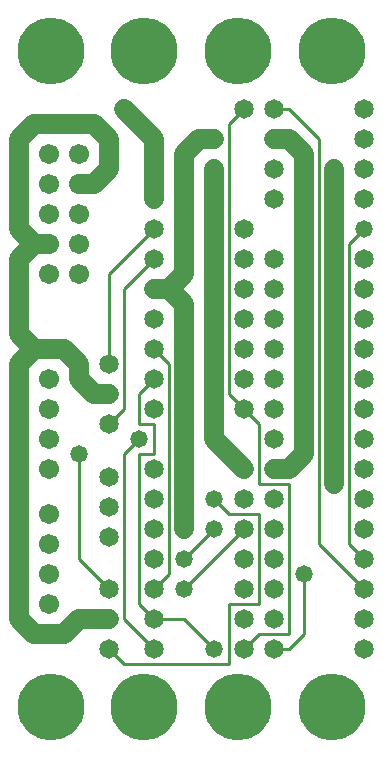
<source format=gtl>
%MOIN*%
%FSLAX25Y25*%
G04 D10 used for Character Trace; *
G04     Circle (OD=.01000) (No hole)*
G04 D11 used for Power Trace; *
G04     Circle (OD=.06500) (No hole)*
G04 D12 used for Signal Trace; *
G04     Circle (OD=.01100) (No hole)*
G04 D13 used for Via; *
G04     Circle (OD=.05800) (Round. Hole ID=.02800)*
G04 D14 used for Component hole; *
G04     Circle (OD=.06500) (Round. Hole ID=.03500)*
G04 D15 used for Component hole; *
G04     Circle (OD=.06700) (Round. Hole ID=.04300)*
G04 D16 used for Component hole; *
G04     Circle (OD=.08100) (Round. Hole ID=.05100)*
G04 D17 used for Component hole; *
G04     Circle (OD=.08900) (Round. Hole ID=.05900)*
G04 D18 used for Component hole; *
G04     Circle (OD=.11300) (Round. Hole ID=.08300)*
G04 D19 used for Component hole; *
G04     Circle (OD=.16000) (Round. Hole ID=.13000)*
G04 D20 used for Component hole; *
G04     Circle (OD=.18300) (Round. Hole ID=.15300)*
G04 D21 used for Component hole; *
G04     Circle (OD=.22291) (Round. Hole ID=.19291)*
%ADD10C,.01000*%
%ADD11C,.06500*%
%ADD12C,.01100*%
%ADD13C,.05800*%
%ADD14C,.06500*%
%ADD15C,.06700*%
%ADD16C,.08100*%
%ADD17C,.08900*%
%ADD18C,.11300*%
%ADD19C,.16000*%
%ADD20C,.18300*%
%ADD21C,.22291*%
%IPPOS*%
%LPD*%
G90*X0Y0D02*D21*X15625Y15625D03*D14*              
X35000Y35000D03*D12*X40000Y30000D01*X75000D01*    
Y50000D01*X85000D01*Y80000D01*X75000D01*          
X70000Y85000D01*D13*D03*D14*X80000Y75000D03*D12*  
X60000Y55000D01*D13*D03*D12*X50000D02*            
X55000Y60000D01*D14*X50000Y55000D03*D12*          
X55000Y60000D02*Y130000D01*X50000Y135000D01*D14*  
D03*Y145000D03*Y125000D03*D12*X45000Y120000D01*   
Y110000D01*X50000D01*Y100000D01*X45000D01*        
Y50000D01*X50000Y45000D01*D14*D03*D12*X60000D01*  
X70000Y35000D01*D13*D03*D14*X80000Y45000D03*      
Y35000D03*D12*X85000Y40000D01*X95000D01*Y90000D01*
X85000D01*Y110000D01*X80000Y115000D01*D14*D03*D12*
X75000Y120000D01*Y210000D01*X80000Y215000D01*D14* 
D03*X90000Y205000D03*D11*X95000D01*               
X100000Y200000D01*Y175000D01*D14*D03*D11*         
Y100000D01*X95000Y95000D01*X90000D01*D14*D03*     
X80000Y85000D03*X90000Y105000D03*X80000Y95000D03* 
D11*X70000Y105000D01*D14*D03*D11*Y175000D01*D13*  
D03*D11*Y185000D01*D14*D03*D11*Y195000D01*D14*D03*
X60000Y185000D03*D11*Y160000D01*X55000Y155000D01* 
X60000Y150000D01*Y105000D01*D14*D03*D11*Y75000D01*
D13*D03*D14*X50000Y85000D03*Y65000D03*D13*        
X70000Y75000D03*D12*X60000Y65000D01*D13*D03*D14*  
X50000Y75000D03*D12*Y35000D02*X40000Y45000D01*D14*
X50000Y35000D03*D12*X40000Y45000D02*Y100000D01*   
X45000Y105000D01*D13*D03*D14*X50000Y115000D03*    
X35000Y110000D03*D12*X40000Y115000D01*Y155000D01* 
X50000Y165000D01*D14*D03*Y175000D03*D12*          
X35000Y160000D01*Y130000D01*D14*D03*D11*          
X30000Y120000D02*X35000D01*D14*D03*D11*X30000D02* 
X25000Y125000D01*Y130000D01*X20000Y135000D01*     
X15000D01*D15*D03*D11*X10000D01*X5000Y130000D01*  
Y60000D01*D13*D03*D11*Y45000D01*X10000Y40000D01*  
X15000D01*D15*D03*D11*X20000D01*X25000Y45000D01*  
X35000D01*D14*D03*Y55000D03*D12*X25000Y65000D01*  
Y100000D01*D13*D03*D14*X35000Y92500D03*D15*       
X15000Y105000D03*Y95000D03*Y115000D03*Y80000D03*  
D14*X35000Y82500D03*X50000Y95000D03*D15*          
X15000Y125000D03*Y70000D03*D14*X35000Y72500D03*   
D11*X10000Y135000D02*X5000Y140000D01*Y165000D01*  
X10000Y170000D01*X15000D01*D15*D03*D11*X10000D02* 
X5000Y175000D01*Y205000D01*X10000Y210000D01*      
X30000D01*X35000Y205000D01*D13*D03*D11*Y195000D01*
X30000Y190000D01*X25000D01*D15*D03*               
X15000Y200000D03*Y180000D03*X25000Y200000D03*     
X15000Y190000D03*X25000Y180000D03*Y170000D03*D14* 
X40000Y215000D03*D11*X50000Y205000D01*Y195000D01* 
D13*D03*D11*Y185000D01*D13*D03*D11*X60000D02*     
Y200000D01*X65000Y205000D01*X70000D01*D14*D03*    
X90000Y185000D03*Y195000D03*Y215000D03*D12*       
X95000D01*X105000Y205000D01*Y70000D01*            
X120000Y55000D01*D14*D03*Y65000D03*D12*           
X115000Y70000D01*Y170000D01*X120000Y175000D01*D13*
D03*D14*Y185000D03*D10*X109163Y176914D02*         
X110000Y177871D01*Y172129D01*X109163D02*          
X110837D01*D14*X110000Y175000D03*D11*Y90000D01*   
D13*D03*D14*X120000Y85000D03*Y95000D03*Y105000D03*
Y75000D03*X90000Y85000D03*Y75000D03*Y65000D03*    
X120000Y115000D03*X90000D03*D13*X100000Y60000D03* 
D12*Y40000D01*X95000Y35000D01*X90000D01*D14*D03*  
Y45000D03*D21*X109375Y15625D03*X78125D03*D14*     
X90000Y55000D03*X80000D03*X120000Y35000D03*       
Y45000D03*X80000Y65000D03*D21*X46875Y15625D03*D15*
X15000Y60000D03*Y50000D03*D14*X120000Y125000D03*  
X90000D03*X80000D03*X120000Y135000D03*X90000D03*  
X80000D03*X120000Y145000D03*X90000D03*X80000D03*  
X120000Y155000D03*X90000D03*X80000D03*D11*        
X50000D02*X55000D01*D14*X50000D03*D15*            
X25000Y160000D03*D14*X80000Y165000D03*Y175000D03* 
D15*X15000Y160000D03*D14*X90000Y165000D03*D10*    
X109163Y176914D02*X110000Y177871D01*Y172129D01*   
X109163D02*X110837D01*D11*X110000Y175000D02*      
Y195000D01*D13*D03*D14*X120000Y205000D03*         
Y195000D03*Y215000D03*D10*X109163Y176914D02*      
X110000Y177871D01*Y172129D01*X109163D02*          
X110837D01*D14*X120000Y165000D03*D21*             
X109375Y234375D03*X78125D03*X46875D03*X15625D03*  
M02*                                              

</source>
